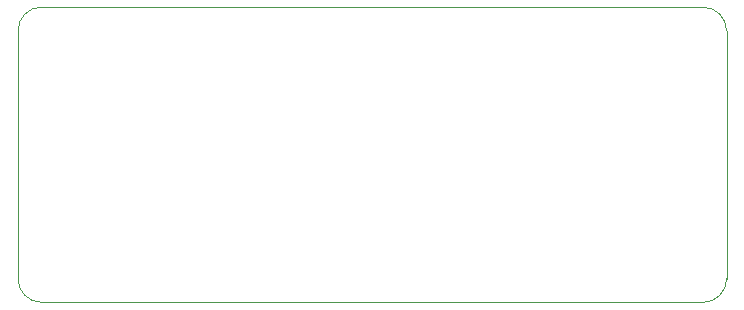
<source format=gm1>
G04 #@! TF.GenerationSoftware,KiCad,Pcbnew,7.0.6-7.0.6~ubuntu22.04.1*
G04 #@! TF.CreationDate,2023-07-20T16:44:22-04:00*
G04 #@! TF.ProjectId,f1c_linux,6631635f-6c69-46e7-9578-2e6b69636164,1*
G04 #@! TF.SameCoordinates,Original*
G04 #@! TF.FileFunction,Profile,NP*
%FSLAX46Y46*%
G04 Gerber Fmt 4.6, Leading zero omitted, Abs format (unit mm)*
G04 Created by KiCad (PCBNEW 7.0.6-7.0.6~ubuntu22.04.1) date 2023-07-20 16:44:22*
%MOMM*%
%LPD*%
G01*
G04 APERTURE LIST*
G04 #@! TA.AperFunction,Profile*
%ADD10C,0.038100*%
G04 #@! TD*
G04 APERTURE END LIST*
D10*
X118500000Y-43000000D02*
X118500000Y-43000000D01*
G75*
G02*
X120500000Y-45000000I0J-2000000D01*
G01*
X120500000Y-66000000D01*
G75*
G02*
X118500000Y-68000000I-2000000J0D01*
G01*
X62500000Y-68000000D01*
G75*
G02*
X60500000Y-66000000I0J2000000D01*
G01*
X60500000Y-45000000D01*
G75*
G02*
X62500000Y-43000000I2000000J0D01*
G01*
X118500000Y-43000000D01*
M02*

</source>
